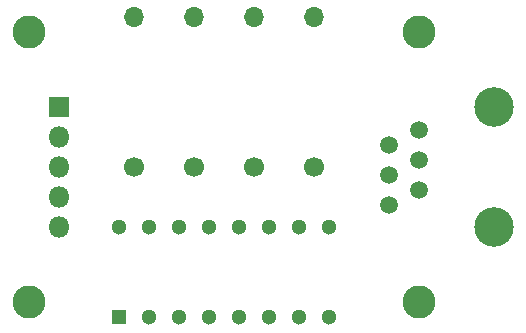
<source format=gbr>
G04 #@! TF.GenerationSoftware,KiCad,Pcbnew,(5.1.6)-1*
G04 #@! TF.CreationDate,2020-06-13T18:42:55+01:00*
G04 #@! TF.ProjectId,ST4Adapter_v2,53543441-6461-4707-9465-725f76322e6b,rev?*
G04 #@! TF.SameCoordinates,Original*
G04 #@! TF.FileFunction,Soldermask,Bot*
G04 #@! TF.FilePolarity,Negative*
%FSLAX46Y46*%
G04 Gerber Fmt 4.6, Leading zero omitted, Abs format (unit mm)*
G04 Created by KiCad (PCBNEW (5.1.6)-1) date 2020-06-13 18:42:55*
%MOMM*%
%LPD*%
G01*
G04 APERTURE LIST*
%ADD10C,1.500000*%
%ADD11C,3.350000*%
%ADD12C,2.800000*%
%ADD13R,1.300000X1.300000*%
%ADD14C,1.300000*%
%ADD15R,1.800000X1.800000*%
%ADD16O,1.800000X1.800000*%
%ADD17O,1.700000X1.700000*%
%ADD18C,1.700000*%
G04 APERTURE END LIST*
D10*
X167640000Y-98425000D03*
X170180000Y-97155000D03*
X167640000Y-95885000D03*
X170180000Y-94615000D03*
X167640000Y-93345000D03*
X170180000Y-92075000D03*
D11*
X176530000Y-100330000D03*
X176530000Y-90170000D03*
D12*
X137160000Y-83820000D03*
X137160000Y-106680000D03*
X170180000Y-106680000D03*
X170180000Y-83820000D03*
D13*
X144780000Y-107950000D03*
D14*
X147320000Y-107950000D03*
X149860000Y-107950000D03*
X152400000Y-107950000D03*
X154940000Y-107950000D03*
X157480000Y-107950000D03*
X160020000Y-107950000D03*
X162560000Y-107950000D03*
X162560000Y-100330000D03*
X160020000Y-100330000D03*
X157480000Y-100330000D03*
X154940000Y-100330000D03*
X152400000Y-100330000D03*
X149860000Y-100330000D03*
X147320000Y-100330000D03*
X144780000Y-100330000D03*
D15*
X139700000Y-90170000D03*
D16*
X139700000Y-92710000D03*
X139700000Y-95250000D03*
X139700000Y-97790000D03*
X139700000Y-100330000D03*
D17*
X146050000Y-82550000D03*
D18*
X146050000Y-95250000D03*
X151130000Y-95250000D03*
D17*
X151130000Y-82550000D03*
X156210000Y-82550000D03*
D18*
X156210000Y-95250000D03*
X161290000Y-95250000D03*
D17*
X161290000Y-82550000D03*
M02*

</source>
